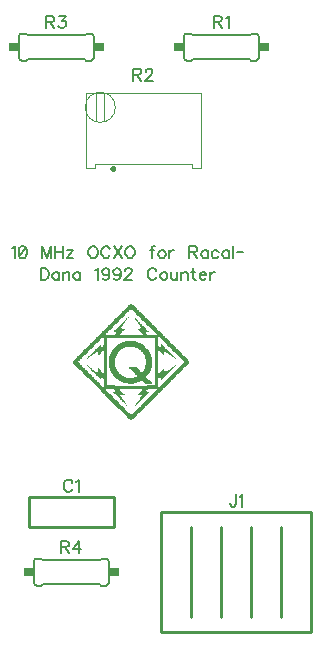
<source format=gto>
G04 DipTrace 4.3.0.4*
G04 racal_dana_OCXO.GTO*
%MOIN*%
G04 #@! TF.FileFunction,Legend,Top*
G04 #@! TF.Part,Single*
%ADD10C,0.009843*%
%ADD13C,0.004724*%
%ADD23C,0.005997*%
%ADD36C,0.006176*%
%FSLAX26Y26*%
G04*
G70*
G90*
G75*
G01*
G04 TopSilk*
%LPD*%
X702268Y893213D2*
D10*
Y794787D1*
X985732D1*
Y893213D1*
X702268D1*
X1144000Y444000D2*
Y844000D1*
X1244000Y494000D2*
Y794000D1*
X1344000Y494000D2*
Y794000D1*
X1644000Y444000D2*
Y844000D1*
X1144000Y444000D2*
X1644000D1*
X1144000Y844000D2*
X1644000D1*
X1444000Y494000D2*
Y794000D1*
X1544000Y494000D2*
Y794000D1*
X1219075Y2429025D2*
D23*
G02X1229217Y2439023I9666J338D01*
G01*
X1219077Y2358967D2*
G03X1229219Y2348970I9666J-337D01*
G01*
X1458783Y2348977D2*
G03X1468925Y2358975I476J9660D01*
G01*
X1458781Y2439030D2*
G02X1468923Y2429033I476J-9660D01*
G01*
X1219077Y2358967D2*
X1219075Y2429025D1*
X1229217Y2439023D2*
X1243967D1*
X1249038Y2433980D2*
X1243967Y2439023D1*
X1229219Y2348970D2*
X1243970Y2348971D1*
X1249041Y2354014D2*
X1243970Y2348971D1*
X1438959Y2433986D2*
X1444030Y2439029D1*
X1438959Y2433986D2*
X1249038Y2433980D1*
X1438962Y2354020D2*
X1444033Y2348977D1*
X1438962Y2354020D2*
X1249041Y2354014D1*
X1458781Y2439030D2*
X1444030Y2439029D1*
X1458783Y2348977D2*
X1444033D1*
X1468925Y2358975D2*
X1468923Y2429033D1*
G36*
X1468924Y2405983D2*
Y2382025D1*
X1503036Y2382026D1*
X1503035Y2405984D1*
X1468924Y2405983D1*
G37*
G36*
X1184964Y2405974D2*
X1184965Y2382016D1*
X1219076Y2382017D1*
Y2405975D1*
X1184964Y2405974D1*
G37*
X891723Y1989995D2*
D13*
Y2241963D1*
X1276762D1*
Y1989995D1*
X1246841D1*
Y2004955D1*
X921644D1*
Y1989995D1*
X891723D1*
X890739Y2193144D2*
G02X890739Y2193144I50000J0D01*
G01*
X927974Y2240388D2*
X927983Y2145900D1*
X953504Y2240388D2*
X953495Y2145900D1*
G36*
X974400Y1988026D2*
X974484Y1989311D1*
X974736Y1990574D1*
X975149Y1991793D1*
X975719Y1992948D1*
X976434Y1994018D1*
X977283Y1994986D1*
X978251Y1995835D1*
X979322Y1996550D1*
X980476Y1997120D1*
X981695Y1997533D1*
X982958Y1997785D1*
X984243Y1997869D1*
X985527Y1997785D1*
X986790Y1997533D1*
X988009Y1997120D1*
X989164Y1996550D1*
X990235Y1995835D1*
X991202Y1994986D1*
X992051Y1994018D1*
X992767Y1992948D1*
X993336Y1991793D1*
X993750Y1990574D1*
X994001Y1989311D1*
X994085Y1988026D1*
D1*
X994001Y1986742D1*
X993750Y1985479D1*
X993336Y1984260D1*
X992767Y1983105D1*
X992051Y1982035D1*
X991202Y1981067D1*
X990235Y1980218D1*
X989164Y1979502D1*
X988009Y1978933D1*
X986790Y1978519D1*
X985527Y1978268D1*
X984243Y1978184D1*
X982958Y1978268D1*
X981695Y1978519D1*
X980476Y1978933D1*
X979322Y1979502D1*
X978251Y1980218D1*
X977283Y1981067D1*
X976434Y1982035D1*
X975719Y1983105D1*
X975149Y1984260D1*
X974736Y1985479D1*
X974484Y1986742D1*
X974400Y1988026D1*
D1*
G37*
X669075Y2429025D2*
D23*
G02X679217Y2439023I9666J338D01*
G01*
X669077Y2358967D2*
G03X679219Y2348970I9666J-337D01*
G01*
X908783Y2348977D2*
G03X918925Y2358975I476J9660D01*
G01*
X908781Y2439030D2*
G02X918923Y2429033I476J-9660D01*
G01*
X669077Y2358967D2*
X669075Y2429025D1*
X679217Y2439023D2*
X693967D1*
X699038Y2433980D2*
X693967Y2439023D1*
X679219Y2348970D2*
X693970Y2348971D1*
X699041Y2354014D2*
X693970Y2348971D1*
X888959Y2433986D2*
X894030Y2439029D1*
X888959Y2433986D2*
X699038Y2433980D1*
X888962Y2354020D2*
X894033Y2348977D1*
X888962Y2354020D2*
X699041Y2354014D1*
X908781Y2439030D2*
X894030Y2439029D1*
X908783Y2348977D2*
X894033D1*
X918925Y2358975D2*
X918923Y2429033D1*
G36*
X918924Y2405983D2*
Y2382025D1*
X953036Y2382026D1*
X953035Y2405984D1*
X918924Y2405983D1*
G37*
G36*
X634964Y2405974D2*
X634965Y2382016D1*
X669076Y2382017D1*
Y2405975D1*
X634964Y2405974D1*
G37*
X719076Y679029D2*
D23*
G02X729218Y689026I9666J338D01*
G01*
X719076Y608971D2*
G03X729218Y598974I9666J-338D01*
G01*
X958782D2*
G03X968924Y608971I476J9660D01*
G01*
X958782Y689026D2*
G02X968924Y679029I476J-9660D01*
G01*
X719076Y608971D2*
Y679029D1*
X729218Y689026D2*
X743969D1*
X749039Y683983D2*
X743969Y689026D1*
X729218Y598974D2*
X743969D1*
X749039Y604017D2*
X743969Y598974D1*
X938961Y683983D2*
X944031Y689026D1*
X938961Y683983D2*
X749039D1*
X938961Y604017D2*
X944031Y598974D1*
X938961Y604017D2*
X749039D1*
X958782Y689026D2*
X944031D1*
X958782Y598974D2*
X944031D1*
X968924Y608971D2*
Y679029D1*
G36*
Y655979D2*
Y632021D1*
X1003035D1*
Y655979D1*
X968924D1*
G37*
G36*
X684965D2*
Y632021D1*
X719076D1*
Y655979D1*
X684965D1*
G37*
G36*
X953518Y1423431D2*
Y1400638D1*
X952136Y1399947D1*
X951446Y1399256D1*
X950755Y1397875D1*
Y1397184D1*
X949374Y1395803D1*
X947762Y1395112D1*
X946150D1*
X944539Y1395803D1*
Y1403400D1*
X943157Y1404091D1*
X941776Y1403400D1*
Y1402019D1*
X941085Y1401328D1*
X939704Y1400638D1*
X939013Y1399947D1*
X938786Y1399109D1*
X938322Y1398566D1*
X936250Y1397875D1*
X935560Y1396493D1*
X933487Y1395112D1*
X932797Y1393731D1*
X932570Y1392893D1*
X932106Y1392349D1*
X930725Y1391659D1*
X930498Y1390821D1*
X930034Y1390277D1*
X927271Y1388896D1*
X924508Y1386133D1*
Y1384751D1*
X923818Y1384061D1*
X922436Y1383370D1*
X921746Y1382679D1*
X921519Y1381841D1*
X921055Y1381298D1*
X918983Y1380607D1*
X918292Y1379226D1*
X916220Y1377844D1*
X915529Y1376463D1*
X915302Y1375625D1*
X914839Y1375082D1*
X913457Y1374391D1*
X913230Y1373553D1*
X912766Y1373010D1*
X910004Y1371628D1*
X907241Y1368865D1*
Y1367484D1*
X906550Y1366793D1*
X905169Y1366103D1*
X904478Y1365412D1*
X904251Y1364574D1*
X903787Y1364030D1*
X901715Y1363340D1*
X901370Y1362649D1*
X900963Y1361927D1*
X900329Y1361265D1*
X898952Y1359886D1*
Y1357814D1*
X896190Y1357123D1*
Y1355051D1*
X898262D1*
Y1356433D1*
X898952Y1357123D1*
X901024Y1357814D1*
X903097Y1359195D1*
X906550Y1361268D1*
Y1362649D1*
X907931Y1363340D1*
X910004Y1364030D1*
Y1365412D1*
X912766Y1366103D1*
X918292Y1370247D1*
Y1371628D1*
X921055Y1372319D1*
X921746Y1373010D1*
X921880Y1373499D1*
X922436Y1374391D1*
X924508Y1375082D1*
X925890Y1375772D1*
Y1376463D1*
X927271Y1377844D1*
X930034Y1378535D1*
Y1379917D1*
X931185Y1380607D1*
X932336D1*
X933487Y1379917D1*
Y1366103D1*
X935560D1*
X936250Y1367484D1*
X939013Y1369556D1*
X944539Y1375082D1*
Y1376463D1*
X945229Y1377154D1*
X947302Y1377844D1*
X947992Y1379226D1*
X950064Y1380607D1*
X950755Y1381298D1*
X951271Y1381742D1*
X951629Y1381701D1*
X952136Y1381298D1*
X953518Y1380607D1*
Y1308774D1*
X952827Y1308083D1*
Y1306702D1*
X951985Y1305981D1*
X951184Y1306070D1*
X950530Y1306869D1*
X950755Y1307393D1*
X946611Y1311537D1*
X944539Y1312918D1*
X943157Y1314300D1*
X941776Y1316372D1*
X938322Y1319825D1*
X936250Y1320516D1*
X935560Y1321207D1*
Y1322588D1*
X933487D1*
Y1309465D1*
X932797Y1308774D1*
X931876Y1308083D1*
X930955D1*
X930034Y1308774D1*
Y1309465D1*
X928653Y1310846D1*
X926580Y1311537D1*
X925199Y1312228D1*
X924380Y1313004D1*
X924508Y1313609D1*
X921746Y1314990D1*
X921055Y1315681D1*
Y1317063D1*
X918292Y1318444D1*
X917601Y1319135D1*
X913457Y1321207D1*
X912638Y1321983D1*
X912766Y1322588D1*
X910004Y1323279D1*
Y1324660D1*
X909313Y1325351D1*
X907241Y1326042D1*
X906422Y1326818D1*
X906550Y1327423D1*
X905859Y1328114D1*
X901715Y1330186D1*
X897571Y1334330D1*
X896190D1*
X895499Y1332949D1*
X897571Y1330877D1*
X898246Y1330152D1*
X898816Y1329289D1*
X898952Y1328805D1*
X900334Y1328114D1*
X901715Y1326732D1*
Y1326042D1*
X903787Y1325351D1*
X904478Y1324660D1*
Y1323279D1*
X905859Y1322588D1*
X907241Y1321207D1*
Y1320516D1*
X908622Y1319825D1*
X910004Y1318444D1*
Y1317753D1*
X912766Y1315681D1*
X913323Y1314789D1*
X913457Y1314300D1*
X914839Y1313609D1*
X916220Y1312228D1*
Y1311537D1*
X917601Y1310846D1*
X918983Y1309465D1*
Y1308774D1*
X921055Y1308083D1*
X921746Y1307393D1*
Y1306011D1*
X923127Y1305321D1*
X924508Y1303939D1*
Y1303249D1*
X925890Y1302558D1*
X927271Y1301176D1*
Y1300486D1*
X930034Y1298414D1*
X930590Y1297522D1*
X930725Y1297032D1*
X932106Y1296341D1*
X933487Y1294960D1*
Y1294269D1*
X934869Y1293579D1*
X936250Y1292197D1*
Y1291507D1*
X938322Y1290816D1*
X939013Y1290125D1*
Y1288744D1*
X940395Y1288053D1*
X941776Y1286672D1*
Y1285981D1*
X943157Y1285290D1*
X943848D1*
X944539Y1285981D1*
Y1293579D1*
X945690Y1294269D1*
X946841D1*
X947992Y1293579D1*
Y1292888D1*
X950755Y1290816D1*
X951446Y1290125D1*
Y1288744D1*
X953518Y1288053D1*
Y1260425D1*
X952367Y1259734D1*
X951216D1*
X950064Y1260425D1*
Y1261806D1*
X947992Y1262497D1*
X947302Y1263188D1*
Y1264569D1*
X946611Y1265260D1*
X943848Y1265951D1*
Y1268023D1*
X941776Y1268713D1*
X941085Y1269404D1*
Y1270785D1*
X938322Y1271476D1*
Y1273548D1*
X936250Y1274239D1*
X935431Y1275015D1*
X935560Y1275620D1*
X934869Y1276311D1*
X933487Y1277002D1*
X932797Y1277692D1*
Y1279074D1*
X930034Y1279765D1*
Y1281837D1*
X929343Y1282527D1*
X927271Y1283218D1*
X926580Y1283909D1*
Y1285290D1*
X923818Y1285981D1*
Y1287362D1*
X923127Y1288053D1*
X921746Y1288744D1*
X921055Y1289434D1*
Y1290816D1*
X918983Y1291507D1*
X918292Y1292197D1*
Y1293579D1*
X916220Y1294269D1*
X915401Y1295046D1*
X915529Y1295651D1*
X914839Y1296341D1*
X913457Y1297032D1*
X912766Y1297723D1*
Y1299104D1*
X912076Y1299795D1*
X910004Y1300486D1*
X909184Y1301262D1*
X909313Y1301867D1*
X908622Y1302558D1*
X907241Y1303249D1*
X906550Y1303939D1*
Y1305321D1*
X903787Y1306011D1*
Y1308083D1*
X901715Y1308774D1*
X901024Y1309465D1*
Y1310846D1*
X898952Y1311537D1*
X898133Y1312313D1*
X898262Y1312918D1*
X897571Y1313609D1*
X896190Y1314300D1*
X895499Y1314990D1*
Y1316372D1*
X894808Y1317063D1*
X892045Y1317753D1*
Y1319135D1*
X891355Y1319825D1*
X889973Y1320516D1*
X889282Y1321207D1*
Y1322588D1*
X887210Y1323279D1*
X886520Y1323970D1*
Y1325351D1*
X883757Y1326042D1*
Y1327423D1*
X883066Y1328114D1*
X881685Y1328805D1*
X880994Y1329495D1*
Y1330877D1*
X878922Y1331567D1*
X878231Y1332258D1*
Y1333639D1*
X877541Y1334330D1*
X875468Y1335021D1*
X874778Y1335712D1*
Y1337093D1*
X872015Y1337784D1*
Y1339856D1*
X869943Y1340546D1*
X869252Y1341237D1*
Y1342619D1*
X867180Y1343309D1*
X866489Y1344000D1*
Y1345381D1*
X867180Y1346072D1*
X869252Y1346763D1*
Y1348144D1*
X869943Y1348835D1*
X872015Y1349526D1*
Y1350907D1*
X872706Y1351598D1*
X874778Y1352288D1*
Y1353670D1*
X875468Y1354361D1*
X877541Y1355051D1*
X880994Y1358505D1*
Y1359886D1*
X881685Y1360577D1*
X883757Y1361268D1*
Y1362649D1*
X884448Y1363340D1*
X886520Y1364030D1*
Y1365412D1*
X887210Y1366103D1*
X889282Y1366793D1*
Y1368175D1*
X889973Y1368865D1*
X892045Y1369556D1*
Y1370937D1*
X892736Y1371628D1*
X894808Y1372319D1*
X898262Y1375772D1*
Y1377154D1*
X898952Y1377844D1*
X901024Y1378535D1*
Y1379917D1*
X901715Y1380607D1*
X903787Y1381298D1*
Y1382679D1*
X904478Y1383370D1*
X906550Y1384061D1*
Y1385442D1*
X907241Y1386133D1*
X909313Y1386824D1*
Y1388205D1*
X910004Y1388896D1*
X912076Y1389586D1*
X915529Y1393040D1*
Y1394421D1*
X916220Y1395112D1*
X918292Y1395803D1*
Y1397184D1*
X918983Y1397875D1*
X921055Y1398566D1*
Y1399947D1*
X921746Y1400638D1*
X923818Y1401328D1*
Y1402710D1*
X924508Y1403400D1*
X926580Y1404091D1*
Y1405473D1*
X927271Y1406163D1*
X929343Y1406854D1*
X932797Y1410308D1*
Y1411689D1*
X933487Y1412380D1*
X935560Y1413070D1*
Y1414452D1*
X936250Y1415142D1*
X938322Y1415833D1*
Y1417215D1*
X939013Y1417905D1*
X941085Y1418596D1*
Y1419977D1*
X941776Y1420668D1*
X943848Y1421359D1*
Y1422740D1*
X944539Y1423431D1*
X946611Y1424122D1*
X950064Y1427575D1*
Y1428956D1*
X930725D1*
Y1426884D1*
X927962Y1426194D1*
Y1424812D1*
X927271Y1424122D1*
X925199Y1423431D1*
Y1422049D1*
X924508Y1421359D1*
X922436Y1420668D1*
Y1418596D1*
X921746Y1417905D1*
X918983Y1417215D1*
Y1415833D1*
X918292Y1415142D1*
X916220Y1414452D1*
Y1413070D1*
X915529Y1412380D1*
X913457Y1411689D1*
Y1409617D1*
X910694Y1408926D1*
Y1407545D1*
X910004Y1406854D1*
X907931Y1406163D1*
Y1404782D1*
X907241Y1404091D1*
X905169Y1403400D1*
Y1401328D1*
X904478Y1400638D1*
X901715Y1399947D1*
Y1398566D1*
X901024Y1397875D1*
X898952Y1397184D1*
Y1395803D1*
X898262Y1395112D1*
X896190Y1394421D1*
Y1392349D1*
X893427Y1391659D1*
Y1390277D1*
X892736Y1389586D1*
X890664Y1388896D1*
Y1387514D1*
X889973Y1386824D1*
X887901Y1386133D1*
Y1384061D1*
X887210Y1383370D1*
X884448Y1382679D1*
Y1381298D1*
X883757Y1380607D1*
X881685Y1379917D1*
Y1378535D1*
X880994Y1377844D1*
X878922Y1377154D1*
Y1375082D1*
X876159Y1374391D1*
Y1373010D1*
X875468Y1372319D1*
X873396Y1371628D1*
Y1370247D1*
X872706Y1369556D1*
X870634Y1368865D1*
Y1366793D1*
X869943Y1366103D1*
X867871Y1365412D1*
X867180Y1364721D1*
X866953Y1363883D1*
X866489Y1363340D1*
X864417Y1362649D1*
Y1361268D1*
X863726Y1360577D1*
X861654Y1359886D1*
Y1357814D1*
X858892Y1357123D1*
Y1355742D1*
X858201Y1355051D1*
X856129Y1354361D1*
Y1352979D1*
X855438Y1352288D1*
X853366Y1351598D1*
Y1349526D1*
X852675Y1348835D1*
X849912Y1348144D1*
Y1346763D1*
X849222Y1346072D1*
X847150Y1345381D1*
Y1344000D1*
X849222Y1343309D1*
X849912Y1342619D1*
Y1340546D1*
X852675Y1339165D1*
X853232Y1338273D1*
X853366Y1337784D1*
X864417Y1326732D1*
X867180Y1325351D1*
Y1323279D1*
X869943Y1321897D1*
X870499Y1321006D1*
X870634Y1320516D1*
X872706Y1319135D1*
X873262Y1318243D1*
X873396Y1317753D1*
X881685Y1309465D1*
X884448Y1308083D1*
Y1306011D1*
X887210Y1304630D1*
X887767Y1303738D1*
X887901Y1303249D1*
X898952Y1292197D1*
X901715Y1290816D1*
Y1288744D1*
X904478Y1287362D1*
X905034Y1286471D1*
X905169Y1285981D1*
X916220Y1274930D1*
X918983Y1273548D1*
Y1271476D1*
X921746Y1270095D1*
X922302Y1269203D1*
X922436Y1268713D1*
X924508Y1267332D1*
X925065Y1266440D1*
X925199Y1265951D1*
X930725Y1260425D1*
X932106Y1259734D1*
X1134482D1*
Y1261806D1*
X1133791Y1262497D1*
Y1288053D1*
X1134482Y1288744D1*
Y1290125D1*
X1135173Y1290816D1*
X1137245Y1291507D1*
Y1292197D1*
X1138626Y1293579D1*
X1140698Y1294269D1*
X1141214Y1294713D1*
X1141572Y1294673D1*
X1142080Y1294269D1*
X1143461Y1292888D1*
Y1285981D1*
X1144152Y1285290D1*
X1144843D1*
X1146224Y1285981D1*
X1148987Y1288744D1*
Y1290125D1*
X1149678Y1290816D1*
X1151059Y1291507D1*
X1151750Y1292197D1*
X1151884Y1292687D1*
X1152440Y1293579D1*
X1154513Y1294269D1*
X1155203Y1295651D1*
X1157275Y1297032D1*
X1157966Y1298414D1*
X1158100Y1298903D1*
X1158657Y1299795D1*
X1160038Y1300486D1*
X1160172Y1300975D1*
X1160729Y1301867D1*
X1163492Y1303249D1*
X1166254Y1306011D1*
Y1307393D1*
X1166945Y1308083D1*
X1168327Y1308774D1*
X1169017Y1309465D1*
X1169152Y1309954D1*
X1169708Y1310846D1*
X1171780Y1311537D1*
X1172471Y1312918D1*
X1174543Y1314300D1*
X1175234Y1315681D1*
X1175368Y1316171D1*
X1175924Y1317063D1*
X1177306Y1317753D1*
X1177440Y1318243D1*
X1177996Y1319135D1*
X1180759Y1320516D1*
X1183522Y1323279D1*
Y1324660D1*
X1184213Y1325351D1*
X1185594Y1326042D1*
X1186285Y1326732D1*
X1186419Y1327222D1*
X1186976Y1328114D1*
X1189048Y1328805D1*
X1189393Y1329495D1*
X1189770Y1330124D1*
X1190436Y1330862D1*
X1191810Y1332258D1*
Y1333639D1*
X1192501Y1334330D1*
X1194573Y1335021D1*
Y1336402D1*
X1193883Y1337093D1*
X1193192D1*
X1192501Y1336402D1*
Y1335021D1*
X1189738Y1334330D1*
Y1332258D1*
X1186976Y1331567D1*
X1184903Y1329495D1*
X1183522Y1328805D1*
X1181450Y1328114D1*
Y1326732D1*
X1180069Y1326042D1*
X1177996Y1325351D1*
Y1323970D1*
X1177306Y1323279D1*
X1175234Y1322588D1*
X1173161Y1320516D1*
X1171780Y1319825D1*
X1169708Y1319135D1*
Y1317753D1*
X1166945Y1317063D1*
X1166254Y1315681D1*
X1164182Y1314300D1*
X1161420Y1312918D1*
X1161192Y1312080D1*
X1160729Y1311537D1*
X1158657Y1310846D1*
X1156585Y1308774D1*
X1155852Y1308024D1*
X1155495Y1308136D1*
X1155203Y1308774D1*
X1154513Y1321897D1*
X1153822Y1322588D1*
X1152440D1*
X1151750Y1321897D1*
X1148987Y1319825D1*
X1146224Y1317063D1*
Y1315681D1*
X1145533Y1314990D1*
X1143461Y1314300D1*
X1142771Y1312918D1*
X1140698Y1311537D1*
X1140008Y1310156D1*
X1137936Y1308774D1*
X1137245Y1307393D1*
Y1306702D1*
X1136324Y1306011D1*
X1135403D1*
X1134482Y1306702D1*
Y1308774D1*
X1133791Y1309465D1*
Y1379917D1*
X1134482Y1380607D1*
X1135173Y1382679D1*
X1135689Y1383123D1*
X1136047Y1383083D1*
X1136554Y1382679D1*
X1137936Y1380607D1*
X1139317Y1379917D1*
X1140698Y1378535D1*
Y1377844D1*
X1142080Y1377154D1*
X1142636Y1376262D1*
X1142771Y1375772D1*
X1144152Y1374391D1*
X1145533Y1373700D1*
X1146090Y1372808D1*
X1146224Y1372319D1*
X1147605Y1371628D1*
X1148987Y1370247D1*
Y1369556D1*
X1152440Y1366103D1*
X1153822D1*
X1154513Y1367484D1*
Y1379917D1*
X1155664Y1380607D1*
X1156815D1*
X1157966Y1379917D1*
Y1378535D1*
X1160729Y1377154D1*
X1161285Y1376262D1*
X1161420Y1375772D1*
X1163492Y1375082D1*
X1164873Y1374391D1*
X1166254Y1373010D1*
Y1372319D1*
X1169017Y1370937D1*
X1169574Y1370046D1*
X1169708Y1369556D1*
X1172471Y1368175D1*
X1173027Y1367283D1*
X1173161Y1366793D1*
X1175234Y1366103D1*
X1176615Y1365412D1*
X1178687Y1363340D1*
X1180759Y1362649D1*
X1181316Y1361757D1*
X1181450Y1361268D1*
X1183522Y1360577D1*
X1184903Y1359195D1*
Y1358505D1*
X1186285Y1357814D1*
X1188357Y1357123D1*
X1189738Y1356433D1*
Y1355051D1*
X1192501Y1354361D1*
Y1352979D1*
X1193192Y1352288D1*
X1194573D1*
Y1354361D1*
X1191810Y1355051D1*
Y1357123D1*
X1189738Y1357814D1*
X1189048Y1358505D1*
Y1359886D1*
X1177306Y1371628D1*
X1175234Y1373010D1*
X1174414Y1373786D1*
X1174543Y1374391D1*
X1162801Y1386133D1*
X1160729Y1387514D1*
X1159910Y1388291D1*
X1160038Y1388896D1*
X1157966Y1390277D1*
X1157147Y1391054D1*
X1157275Y1391659D1*
X1155203Y1393040D1*
X1154384Y1393816D1*
X1154513Y1394421D1*
X1145533Y1403400D1*
X1143461D1*
Y1396493D1*
X1142080Y1395112D1*
X1141347Y1394362D1*
X1140990Y1394474D1*
X1140698Y1395112D1*
X1137936Y1396493D1*
X1137117Y1397270D1*
X1137245Y1397875D1*
X1135173Y1398566D1*
X1134482Y1399256D1*
Y1400638D1*
X1133791Y1401328D1*
Y1426194D1*
X1134482Y1426884D1*
Y1428956D1*
X1135633Y1429647D1*
X1136784D1*
X1137936Y1428956D1*
Y1426884D1*
X1140008Y1426194D1*
X1140698Y1425503D1*
Y1424122D1*
X1143461Y1423431D1*
Y1421359D1*
X1146224Y1420668D1*
Y1419287D1*
X1153131Y1412380D1*
X1155203Y1411689D1*
Y1409617D1*
X1157275Y1408926D1*
X1157966Y1408235D1*
Y1406854D1*
X1160729Y1406163D1*
Y1404091D1*
X1163492Y1403400D1*
Y1402019D1*
X1170399Y1395112D1*
X1172471Y1394421D1*
Y1392349D1*
X1175234Y1391659D1*
Y1389586D1*
X1177996Y1388896D1*
Y1386824D1*
X1180759Y1386133D1*
Y1384751D1*
X1187666Y1377844D1*
X1189738Y1377154D1*
Y1375082D1*
X1191810Y1374391D1*
X1192501Y1373700D1*
Y1372319D1*
X1195264Y1371628D1*
Y1369556D1*
X1198027Y1368865D1*
Y1367484D1*
X1204934Y1360577D1*
X1207006Y1359886D1*
Y1357814D1*
X1209769Y1357123D1*
Y1355051D1*
X1211841Y1354361D1*
X1212532Y1353670D1*
Y1352288D1*
X1215294Y1351598D1*
Y1350216D1*
X1217366Y1348144D1*
X1218042Y1347420D1*
X1218611Y1346557D1*
X1218748Y1346072D1*
X1220820Y1345381D1*
Y1344000D1*
X1219439Y1343309D1*
X1218748Y1342619D1*
Y1341237D1*
X1218057Y1340546D1*
X1215985Y1339856D1*
Y1338474D1*
X1215294Y1337784D1*
X1213222Y1337093D1*
X1209769Y1333639D1*
Y1332258D1*
X1209078Y1331567D1*
X1207006Y1330877D1*
Y1329495D1*
X1206315Y1328805D1*
X1204243Y1328114D1*
Y1326732D1*
X1203552Y1326042D1*
X1201480Y1325351D1*
Y1323970D1*
X1200790Y1323279D1*
X1198718Y1322588D1*
Y1321207D1*
X1198027Y1320516D1*
X1195955Y1319825D1*
X1192501Y1316372D1*
Y1314990D1*
X1191810Y1314300D1*
X1189738Y1313609D1*
Y1312228D1*
X1189048Y1311537D1*
X1186976Y1310846D1*
Y1309465D1*
X1186285Y1308774D1*
X1184213Y1308083D1*
Y1306702D1*
X1183522Y1306011D1*
X1181450Y1305321D1*
Y1303939D1*
X1180759Y1303249D1*
X1178687Y1302558D1*
X1175234Y1299104D1*
Y1297723D1*
X1174543Y1297032D1*
X1172471Y1296341D1*
Y1294960D1*
X1171780Y1294269D1*
X1169708Y1293579D1*
Y1292197D1*
X1169017Y1291507D1*
X1166945Y1290816D1*
Y1289434D1*
X1166254Y1288744D1*
X1164182Y1288053D1*
Y1286672D1*
X1163492Y1285981D1*
X1161420Y1285290D1*
X1157966Y1281837D1*
Y1280455D1*
X1157275Y1279765D1*
X1155203Y1279074D1*
Y1277692D1*
X1154513Y1277002D1*
X1152440Y1276311D1*
Y1274930D1*
X1151750Y1274239D1*
X1149678Y1273548D1*
Y1272167D1*
X1148987Y1271476D1*
X1146915Y1270785D1*
Y1269404D1*
X1146224Y1268713D1*
X1144152Y1268023D1*
X1140698Y1264569D1*
Y1263188D1*
X1140008Y1262497D1*
X1137936Y1261806D1*
Y1260425D1*
X1137245Y1259734D1*
X1136324Y1259044D1*
X1135403D1*
X1134482Y1259734D1*
X932106D1*
X933487Y1257662D1*
X936250Y1256281D1*
Y1254209D1*
X939013Y1253518D1*
X959044D1*
X968713Y1254209D1*
X978383D1*
X988053Y1253518D1*
Y1252136D1*
X989434Y1251446D1*
X991507Y1250064D1*
X992063Y1249173D1*
X992197Y1248683D1*
X993579Y1247992D1*
Y1245920D1*
X985290Y1245229D1*
X984600Y1244539D1*
Y1243848D1*
X985290Y1242467D1*
X986672Y1241776D1*
X987228Y1240884D1*
X987362Y1240395D1*
X988053Y1239704D1*
X990125Y1239013D1*
X990816Y1238322D1*
Y1236941D1*
X992197Y1236250D1*
X993579Y1234869D1*
Y1234178D1*
X994960Y1233487D1*
X996341Y1232106D1*
Y1231415D1*
X999104Y1229343D1*
X999661Y1228452D1*
X999795Y1227962D1*
X1001176Y1227271D1*
X1001733Y1226379D1*
X1001867Y1225890D1*
X1002558Y1225199D1*
X1003939Y1224508D1*
X1005321Y1223127D1*
Y1222436D1*
X1007393Y1221746D1*
X1008083Y1221055D1*
Y1219673D1*
X1009465Y1218983D1*
X1010846Y1217601D1*
Y1216911D1*
X1012228Y1216220D1*
X1013609Y1214839D1*
Y1214148D1*
X1016372Y1212076D1*
X1016928Y1211184D1*
X1017063Y1210694D1*
X1018444Y1210004D1*
X1019825Y1208622D1*
Y1207931D1*
X1021207Y1207241D1*
X1022588Y1205859D1*
Y1205169D1*
X1024660Y1204478D1*
X1025351Y1203787D1*
Y1202406D1*
X1026732Y1201715D1*
X1028114Y1200334D1*
Y1199643D1*
X1030877Y1197571D1*
X1032258Y1196190D1*
X1033639Y1196880D1*
Y1198262D1*
X1028114Y1203787D1*
Y1204478D1*
X1027423Y1206550D1*
X1026732Y1207241D1*
X1025351Y1207931D1*
X1024660Y1208622D1*
Y1210004D1*
X1021897Y1211385D1*
Y1213457D1*
X1020516Y1214148D1*
X1019697Y1214924D1*
X1019825Y1215529D1*
X1018444Y1218292D1*
X1017063Y1218983D1*
X1016372Y1219673D1*
Y1221746D1*
X1014300Y1222436D1*
X1013609Y1223127D1*
Y1224508D1*
X1012918Y1225199D1*
X1011537Y1225890D1*
X1010718Y1226666D1*
X1010846Y1227271D1*
X1010156Y1229343D1*
X1008774Y1230725D1*
X1007393Y1231415D1*
Y1232797D1*
X1008083Y1233487D1*
X1021897Y1234178D1*
Y1236250D1*
X1019825Y1236941D1*
X1019135Y1237632D1*
Y1239013D1*
X1015681Y1242467D1*
X1013609Y1243848D1*
X1012228Y1245229D1*
X1010846Y1247302D1*
X1006702Y1251446D1*
X1005321Y1252136D1*
Y1252827D1*
X1007393Y1253518D1*
X1031798Y1254209D1*
X1056202D1*
X1080607Y1253518D1*
X1081164Y1252626D1*
X1081298Y1252136D1*
X1077154Y1247992D1*
Y1246611D1*
X1076463Y1245920D1*
X1074391Y1245229D1*
X1073700Y1243848D1*
X1071628Y1242467D1*
X1070937Y1241085D1*
X1068865Y1239704D1*
X1068175Y1238322D1*
X1065412Y1236250D1*
Y1234178D1*
X1079917Y1233487D1*
Y1231415D1*
X1078535Y1230725D1*
X1077844Y1230034D1*
X1074391Y1225199D1*
Y1223818D1*
X1073700Y1223127D1*
X1072319Y1222436D1*
X1071628Y1221746D1*
Y1219673D1*
X1069556Y1218983D1*
X1068865Y1217601D1*
X1065412Y1213457D1*
Y1211385D1*
X1063340Y1210694D1*
X1062649Y1208622D1*
X1060577Y1207241D1*
X1059886Y1205169D1*
X1059541Y1204478D1*
X1059134Y1203756D1*
X1058500Y1203094D1*
X1057123Y1201715D1*
Y1199643D1*
X1054361Y1198952D1*
Y1196880D1*
X1052288Y1196190D1*
Y1193427D1*
X1053670Y1194117D1*
Y1195499D1*
X1054361Y1196190D1*
X1056433Y1196880D1*
X1056567Y1197370D1*
X1057123Y1198262D1*
X1059886Y1199643D1*
X1062649Y1202406D1*
Y1203787D1*
X1063340Y1204478D1*
X1064721Y1205169D1*
X1065412Y1205859D1*
X1065546Y1206349D1*
X1066103Y1207241D1*
X1068175Y1207931D1*
X1068865Y1209313D1*
X1070937Y1210694D1*
X1071628Y1212076D1*
X1071762Y1212565D1*
X1072319Y1213457D1*
X1073700Y1214148D1*
X1073835Y1214637D1*
X1074391Y1215529D1*
X1077154Y1216911D1*
X1079917Y1219673D1*
Y1221055D1*
X1080607Y1221746D1*
X1081989Y1222436D1*
X1082679Y1223127D1*
X1082814Y1223617D1*
X1083370Y1224508D1*
X1085442Y1225199D1*
X1086133Y1226580D1*
X1088205Y1227962D1*
X1088896Y1229343D1*
X1089030Y1229833D1*
X1089586Y1230725D1*
X1090968Y1231415D1*
X1091102Y1231905D1*
X1091659Y1232797D1*
X1094421Y1234178D1*
X1097184Y1236941D1*
Y1238322D1*
X1097875Y1239013D1*
X1099256Y1239704D1*
X1099947Y1240395D1*
X1100081Y1240884D1*
X1100638Y1241776D1*
X1102710Y1242467D1*
X1103400Y1243848D1*
Y1244539D1*
X1102710Y1245229D1*
X1094421Y1245920D1*
Y1249374D1*
X1095803Y1250755D1*
X1098566Y1252136D1*
X1099947Y1253518D1*
X1109617Y1254209D1*
X1119287D1*
X1128956Y1253518D1*
Y1251446D1*
X1126884Y1250755D1*
X1123431Y1247302D1*
Y1245920D1*
X1122740Y1245229D1*
X1120668Y1244539D1*
Y1243157D1*
X1119977Y1242467D1*
X1117905Y1241776D1*
Y1240395D1*
X1117215Y1239704D1*
X1115142Y1239013D1*
Y1237632D1*
X1114452Y1236941D1*
X1112380Y1236250D1*
Y1234869D1*
X1111689Y1234178D1*
X1109617Y1233487D1*
X1106163Y1230034D1*
Y1228653D1*
X1105473Y1227962D1*
X1103400Y1227271D1*
Y1225890D1*
X1102710Y1225199D1*
X1100638Y1224508D1*
Y1223127D1*
X1099947Y1222436D1*
X1097875Y1221746D1*
Y1220364D1*
X1097184Y1219673D1*
X1095112Y1218983D1*
Y1217601D1*
X1094421Y1216911D1*
X1092349Y1216220D1*
X1088896Y1212766D1*
Y1211385D1*
X1088205Y1210694D1*
X1086133Y1210004D1*
Y1208622D1*
X1085442Y1207931D1*
X1083370Y1207241D1*
Y1205859D1*
X1082679Y1205169D1*
X1080607Y1204478D1*
Y1203097D1*
X1079917Y1202406D1*
X1077844Y1201715D1*
Y1200334D1*
X1077154Y1199643D1*
X1075082Y1198952D1*
X1071628Y1195499D1*
Y1194117D1*
X1070937Y1193427D1*
X1068865Y1192736D1*
Y1191355D1*
X1068175Y1190664D1*
X1066103Y1189973D1*
Y1188592D1*
X1065412Y1187901D1*
X1063340Y1187210D1*
Y1185829D1*
X1062649Y1185138D1*
X1060577Y1184448D1*
Y1183066D1*
X1059886Y1182375D1*
X1057814Y1181685D1*
X1054361Y1178231D1*
Y1176850D1*
X1053670Y1176159D1*
X1051598Y1175468D1*
Y1174087D1*
X1050907Y1173396D1*
X1048835Y1172706D1*
Y1171324D1*
X1048144Y1170634D1*
X1046072Y1169943D1*
Y1168561D1*
X1045381Y1167871D1*
X1044460Y1167180D1*
X1043540D1*
X1042619Y1167871D1*
X1041928Y1168561D1*
Y1169943D1*
X1039856Y1170634D1*
X1039165Y1171324D1*
Y1172706D1*
X1037093Y1173396D1*
X1036274Y1174173D1*
X1036402Y1174778D1*
X1035712Y1175468D1*
X1034330Y1176159D1*
X1033639Y1176850D1*
Y1178231D1*
X1032949Y1178922D1*
X1030186Y1179613D1*
Y1181685D1*
X1028114Y1182375D1*
X1027423Y1183066D1*
Y1184448D1*
X1024660Y1185138D1*
Y1187210D1*
X1021897Y1187901D1*
Y1189282D1*
X1021207Y1189973D1*
X1019825Y1190664D1*
X1019135Y1191355D1*
Y1192736D1*
X1017063Y1193427D1*
X1016372Y1194117D1*
Y1195499D1*
X1015681Y1196190D1*
X1013609Y1196880D1*
X1012918Y1197571D1*
Y1198952D1*
X1010156Y1199643D1*
Y1201715D1*
X1008083Y1202406D1*
X1007393Y1203097D1*
Y1204478D1*
X1005321Y1205169D1*
X1004630Y1205859D1*
Y1207241D1*
X1002558Y1207931D1*
X1001739Y1208708D1*
X1001867Y1209313D1*
X1001176Y1210004D1*
X999795Y1210694D1*
X999104Y1211385D1*
Y1212766D1*
X998414Y1213457D1*
X995651Y1214148D1*
Y1216220D1*
X993579Y1216911D1*
X992888Y1217601D1*
Y1218983D1*
X990125Y1219673D1*
Y1221746D1*
X987362Y1222436D1*
Y1224508D1*
X985290Y1225199D1*
X984600Y1225890D1*
Y1227271D1*
X981837Y1227962D1*
Y1230034D1*
X981146Y1230725D1*
X979074Y1231415D1*
X978383Y1232106D1*
Y1233487D1*
X976311Y1234178D1*
X975620Y1234869D1*
Y1236250D1*
X973548Y1236941D1*
X972858Y1237632D1*
Y1239013D1*
X970785Y1239704D1*
X970095Y1240395D1*
Y1241776D1*
X968023Y1242467D1*
X967332Y1243157D1*
Y1244539D1*
X965260Y1245229D1*
X964569Y1245920D1*
Y1247302D1*
X963878Y1247992D1*
X961806Y1248683D1*
X961116Y1249374D1*
Y1250755D1*
X959044Y1251446D1*
Y1253518D1*
X939013D1*
Y1252827D1*
X939704Y1251446D1*
X941776Y1250064D1*
X942332Y1249173D1*
X942467Y1248683D1*
X951446Y1239704D1*
X953518Y1239013D1*
Y1236941D1*
X956281Y1236250D1*
Y1234869D1*
X968023Y1223127D1*
X970785Y1221746D1*
Y1219673D1*
X973548Y1218292D1*
X974105Y1217400D1*
X974239Y1216911D1*
X985981Y1205169D1*
X988053Y1204478D1*
Y1202406D1*
X990816Y1201715D1*
Y1200334D1*
X1002558Y1188592D1*
X1005321Y1187210D1*
Y1185138D1*
X1008083Y1183757D1*
X1008640Y1182865D1*
X1008774Y1182375D1*
X1010846Y1180994D1*
X1011403Y1180102D1*
X1011537Y1179613D1*
X1019825Y1171324D1*
X1022588Y1169943D1*
Y1167871D1*
X1025351Y1166489D1*
X1025907Y1165598D1*
X1026042Y1165108D1*
X1028114Y1163726D1*
X1028670Y1162835D1*
X1028805Y1162345D1*
X1037093Y1154057D1*
X1039856Y1152675D1*
Y1150603D1*
X1042619Y1149912D1*
X1043309Y1149222D1*
Y1147840D1*
X1044691D1*
Y1149222D1*
X1045381Y1149912D1*
X1047454Y1150603D1*
Y1152675D1*
X1048144Y1153366D1*
X1050907Y1154057D1*
Y1155438D1*
X1051598Y1156129D1*
X1053670Y1156819D1*
Y1158201D1*
X1054361Y1158892D1*
X1056433Y1159582D1*
Y1161654D1*
X1059195Y1162345D1*
Y1163726D1*
X1059886Y1164417D1*
X1061958Y1165108D1*
Y1167180D1*
X1064721Y1167871D1*
Y1169943D1*
X1065412Y1170634D1*
X1068175Y1171324D1*
Y1172706D1*
X1068865Y1173396D1*
X1070247Y1174087D1*
X1070937Y1174778D1*
X1071072Y1175267D1*
X1071628Y1176159D1*
X1073700Y1176850D1*
Y1178922D1*
X1076463Y1179613D1*
Y1180994D1*
X1077154Y1181685D1*
X1079226Y1182375D1*
Y1183757D1*
X1079917Y1184448D1*
X1081989Y1185138D1*
Y1187210D1*
X1082679Y1187901D1*
X1085442Y1188592D1*
Y1189973D1*
X1086133Y1190664D1*
X1088205Y1191355D1*
Y1192736D1*
X1088896Y1193427D1*
X1090968Y1194117D1*
Y1196190D1*
X1093731Y1196880D1*
Y1198262D1*
X1094421Y1198952D1*
X1096493Y1199643D1*
Y1201024D1*
X1097184Y1201715D1*
X1099256Y1202406D1*
Y1204478D1*
X1099947Y1205169D1*
X1102710Y1205859D1*
Y1207241D1*
X1103400Y1207931D1*
X1105473Y1208622D1*
Y1210004D1*
X1106163Y1210694D1*
X1108235Y1211385D1*
Y1213457D1*
X1110998Y1214148D1*
Y1215529D1*
X1111689Y1216220D1*
X1113761Y1216911D1*
Y1218292D1*
X1114452Y1218983D1*
X1116524Y1219673D1*
Y1221746D1*
X1117215Y1222436D1*
X1119977Y1223127D1*
Y1224508D1*
X1120668Y1225199D1*
X1122740Y1225890D1*
Y1227271D1*
X1123431Y1227962D1*
X1125503Y1228653D1*
Y1230725D1*
X1128266Y1231415D1*
Y1233487D1*
X1131029Y1234178D1*
Y1235560D1*
X1131719Y1236250D1*
X1133791Y1236941D1*
Y1239013D1*
X1134482Y1239704D1*
X1137245Y1240395D1*
Y1241776D1*
X1137936Y1242467D1*
X1140008Y1243157D1*
Y1244539D1*
X1140698Y1245229D1*
X1142771Y1245920D1*
Y1247992D1*
X1145533Y1248683D1*
Y1250064D1*
X1146224Y1250755D1*
X1148296Y1251446D1*
Y1252827D1*
X1148987Y1253518D1*
X1151059Y1254209D1*
Y1256281D1*
X1151750Y1256971D1*
X1154513Y1257662D1*
Y1259044D1*
X1155203Y1259734D1*
X1157275Y1260425D1*
Y1261806D1*
X1157966Y1262497D1*
X1160038Y1263188D1*
Y1265260D1*
X1162801Y1265951D1*
Y1267332D1*
X1163492Y1268023D1*
X1165564Y1268713D1*
Y1270095D1*
X1166254Y1270785D1*
X1168327Y1271476D1*
Y1273548D1*
X1169017Y1274239D1*
X1171780Y1274930D1*
Y1276311D1*
X1172471Y1277002D1*
X1174543Y1277692D1*
Y1279074D1*
X1175234Y1279765D1*
X1177306Y1280455D1*
Y1282527D1*
X1180069Y1283218D1*
Y1284600D1*
X1180759Y1285290D1*
X1182831Y1285981D1*
Y1287362D1*
X1183522Y1288053D1*
X1185594Y1288744D1*
Y1290816D1*
X1186285Y1291507D1*
X1189048Y1292197D1*
Y1293579D1*
X1189738Y1294269D1*
X1191810Y1294960D1*
Y1296341D1*
X1192501Y1297032D1*
X1194573Y1297723D1*
Y1299795D1*
X1197336Y1300486D1*
Y1301867D1*
X1198027Y1302558D1*
X1200099Y1303249D1*
Y1305321D1*
X1202862Y1306011D1*
Y1308083D1*
X1203552Y1308774D1*
X1206315Y1309465D1*
Y1310846D1*
X1207006Y1311537D1*
X1208387Y1312228D1*
X1209078Y1312918D1*
X1209212Y1313408D1*
X1209769Y1314300D1*
X1211841Y1314990D1*
Y1317063D1*
X1214604Y1317753D1*
Y1319135D1*
X1215294Y1319825D1*
X1217366Y1320516D1*
Y1321897D1*
X1218057Y1322588D1*
X1220129Y1323279D1*
Y1325351D1*
X1220820Y1326042D1*
X1223583Y1326732D1*
Y1328114D1*
X1224274Y1328805D1*
X1226346Y1329495D1*
Y1330877D1*
X1227036Y1331567D1*
X1229108Y1332258D1*
Y1334330D1*
X1231871Y1335021D1*
Y1336402D1*
X1232562Y1337093D1*
X1234634Y1337784D1*
Y1339165D1*
X1235325Y1339856D1*
X1237397Y1340546D1*
Y1342619D1*
X1238088Y1343309D1*
X1240160Y1344000D1*
Y1345381D1*
X1238088Y1346072D1*
X1237397Y1346763D1*
Y1348144D1*
X1235325Y1348835D1*
X1234634Y1349526D1*
Y1350907D1*
X1233943Y1351598D1*
X1232562Y1352288D1*
X1231743Y1353065D1*
X1231871Y1353670D1*
X1225655Y1359886D1*
X1224274Y1360577D1*
X1223583Y1361268D1*
Y1362649D1*
X1220820Y1363340D1*
X1220129Y1364030D1*
Y1365412D1*
X1218057Y1366103D1*
X1217366Y1366793D1*
Y1368865D1*
X1214604Y1369556D1*
Y1371628D1*
X1211841Y1372319D1*
Y1373700D1*
X1208387Y1377154D1*
X1207006Y1377844D1*
X1206315Y1378535D1*
Y1379917D1*
X1203552Y1380607D1*
X1202862Y1381298D1*
Y1382679D1*
X1200790Y1383370D1*
X1200099Y1384061D1*
Y1385442D1*
X1199408Y1386133D1*
X1198027Y1386824D1*
X1197208Y1387600D1*
X1197336Y1388205D1*
X1193883Y1391659D1*
X1191810Y1392349D1*
Y1394421D1*
X1189738Y1395112D1*
X1189048Y1395803D1*
Y1397184D1*
X1186285Y1397875D1*
X1185594Y1398566D1*
Y1399947D1*
X1183522Y1400638D1*
X1182831Y1401328D1*
Y1402710D1*
X1182141Y1403400D1*
X1180759Y1404091D1*
X1179940Y1404868D1*
X1180069Y1405473D1*
X1173852Y1411689D1*
X1171780Y1412380D1*
Y1414452D1*
X1169017Y1415142D1*
X1168327Y1415833D1*
Y1417215D1*
X1166254Y1417905D1*
X1165564Y1418596D1*
Y1419977D1*
X1164873Y1420668D1*
X1163492Y1421359D1*
X1162801Y1422049D1*
Y1423431D1*
X1160038Y1424122D1*
Y1425503D1*
X1156585Y1428956D1*
X1155203Y1429647D1*
X1154513Y1430338D1*
Y1431719D1*
X1151750Y1432410D1*
X1151059Y1433101D1*
Y1434482D1*
X1148987Y1435173D1*
X1148296Y1435864D1*
Y1437245D1*
X1147605Y1437936D1*
X1146224Y1438626D1*
X1145405Y1439403D1*
X1145533Y1440008D1*
X1142080Y1443461D1*
X1140008Y1444152D1*
Y1446224D1*
X1137936Y1446915D1*
X1137245Y1447605D1*
Y1448987D1*
X1134482Y1449678D1*
X1133791Y1450368D1*
Y1451750D1*
X1131719Y1452440D1*
X1131029Y1453131D1*
Y1454513D1*
X1119287Y1466254D1*
X1117215Y1466945D1*
X1116524Y1467636D1*
Y1469017D1*
X1114452Y1469708D1*
X1113761Y1470399D1*
Y1472471D1*
X1111689Y1473161D1*
X1110998Y1473852D1*
Y1475234D1*
X1108235Y1475924D1*
Y1477306D1*
X1107545Y1477996D1*
X1105473Y1478687D1*
Y1480759D1*
X1103400Y1481450D1*
X1102710Y1482141D1*
Y1483522D1*
X1099947Y1484213D1*
X1099256Y1484903D1*
Y1486285D1*
X1097184Y1486976D1*
X1096493Y1487666D1*
Y1489048D1*
X1095803Y1489738D1*
X1094421Y1490429D1*
X1093602Y1491206D1*
X1093731Y1491810D1*
X1090277Y1495264D1*
X1088205Y1495955D1*
Y1498027D1*
X1086133Y1498718D1*
X1085314Y1499494D1*
X1085442Y1500099D1*
X1084751Y1500790D1*
X1082679Y1501480D1*
X1081989Y1502171D1*
Y1503552D1*
X1079917Y1504243D1*
X1079226Y1504934D1*
Y1507006D1*
X1076463Y1507697D1*
Y1509769D1*
X1073700Y1510459D1*
Y1511841D1*
X1070247Y1515294D1*
X1068865Y1515985D1*
X1068175Y1516676D1*
Y1518057D1*
X1065412Y1518748D1*
X1064721Y1519439D1*
Y1520820D1*
X1062649Y1521511D1*
X1061958Y1522201D1*
Y1523583D1*
X1061268Y1524274D1*
X1059886Y1524964D1*
X1059067Y1525741D1*
X1059195Y1526346D1*
X1052979Y1532562D1*
X1051598Y1533253D1*
X1050907Y1533943D1*
Y1535325D1*
X1048144Y1536015D1*
X1047454Y1536706D1*
Y1538088D1*
X1045381Y1538778D1*
X1044691Y1539469D1*
Y1540850D1*
X1043309D1*
Y1539469D1*
X1042619Y1538778D1*
X1039856Y1538088D1*
Y1536706D1*
X1039165Y1536015D1*
X1037093Y1535325D1*
Y1533943D1*
X1036402Y1533253D1*
X1034330Y1532562D1*
Y1530490D1*
X1031567Y1529799D1*
Y1528418D1*
X1030877Y1527727D1*
X1028805Y1527036D1*
Y1525655D1*
X1028114Y1524964D1*
X1026042Y1524274D1*
Y1522201D1*
X1025351Y1521511D1*
X1022588Y1520820D1*
X1042619D1*
X1043540Y1521511D1*
X1044460D1*
X1045381Y1520820D1*
Y1519439D1*
X1048144Y1517366D1*
X1049526Y1515985D1*
X1051598Y1515294D1*
Y1513222D1*
X1053670Y1512532D1*
X1054361Y1511841D1*
Y1510459D1*
X1057123Y1509769D1*
Y1507697D1*
X1059886Y1507006D1*
Y1505625D1*
X1066793Y1498718D1*
X1068865Y1498027D1*
Y1495955D1*
X1071628Y1495264D1*
Y1493192D1*
X1073700Y1492501D1*
X1074391Y1491810D1*
Y1490429D1*
X1077154Y1489738D1*
Y1488357D1*
X1084061Y1481450D1*
X1086133Y1480759D1*
Y1478687D1*
X1088896Y1477996D1*
Y1475924D1*
X1090968Y1475234D1*
X1091659Y1474543D1*
Y1473161D1*
X1094421Y1472471D1*
Y1471089D1*
X1101328Y1464182D1*
X1103400Y1463492D1*
Y1461420D1*
X1106163Y1460729D1*
Y1458657D1*
X1108926Y1457966D1*
Y1455894D1*
X1111689Y1455203D1*
Y1453822D1*
X1118596Y1446915D1*
X1120668Y1446224D1*
Y1444152D1*
X1123431Y1443461D1*
Y1441389D1*
X1125503Y1440698D1*
X1126194Y1440008D1*
Y1438626D1*
X1128956Y1437936D1*
Y1435864D1*
X1126194Y1435173D1*
X1117445Y1434482D1*
X1108696D1*
X1099947Y1435173D1*
X1097875Y1435864D1*
X1097184Y1436554D1*
Y1437936D1*
X1094421Y1439317D1*
Y1442771D1*
X1095112Y1443461D1*
X1102710Y1444152D1*
Y1446224D1*
X1099947Y1448987D1*
X1097184Y1451059D1*
X1096365Y1451835D1*
X1096493Y1452440D1*
X1093731Y1455203D1*
X1091659Y1455894D1*
X1090968Y1456585D1*
Y1457966D1*
X1088896Y1458657D1*
X1088205Y1459347D1*
Y1460729D1*
X1086133Y1461420D1*
X1085442Y1462110D1*
Y1463492D1*
X1084751Y1464182D1*
X1082679Y1465564D1*
X1079917Y1468327D1*
X1079226Y1469708D1*
X1076463Y1472471D1*
X1074391Y1473161D1*
X1073700Y1473852D1*
Y1475234D1*
X1071628Y1475924D1*
X1070937Y1476615D1*
Y1477996D1*
X1068865Y1478687D1*
X1068175Y1479378D1*
Y1480759D1*
X1065412Y1483522D1*
X1062649Y1485594D1*
X1061830Y1486371D1*
X1061958Y1486976D1*
X1059195Y1489738D1*
X1056433Y1490429D1*
Y1492501D1*
X1053670Y1493192D1*
Y1494573D1*
X1052979Y1495264D1*
X1052288D1*
X1051598Y1494573D1*
X1052288Y1493192D1*
X1054361Y1492501D1*
Y1490429D1*
X1055742Y1489738D1*
X1056298Y1488847D1*
X1056433Y1488357D1*
X1057814Y1485594D1*
X1059195Y1484903D1*
X1060577Y1483522D1*
Y1482141D1*
X1062649Y1480069D1*
X1063205Y1479177D1*
X1063340Y1478687D1*
X1064030Y1477996D1*
X1065412Y1475924D1*
X1066103Y1474543D1*
X1066793Y1473852D1*
X1068175Y1473161D1*
X1068865Y1472471D1*
Y1470399D1*
X1071628Y1469017D1*
Y1466945D1*
X1073010Y1466254D1*
X1074391Y1464873D1*
Y1464182D1*
X1075082Y1462110D1*
X1077844Y1460729D1*
Y1458657D1*
X1079917Y1457966D1*
Y1455894D1*
X1066793Y1455203D1*
X1065412Y1453822D1*
X1066103Y1452440D1*
X1068175Y1451059D1*
X1068731Y1450167D1*
X1068865Y1449678D1*
X1070247Y1448987D1*
X1071628Y1447605D1*
Y1446915D1*
X1073010Y1446224D1*
X1073566Y1445332D1*
X1073700Y1444843D1*
X1075082Y1443461D1*
X1076463Y1442771D1*
X1077019Y1441879D1*
X1077154Y1441389D1*
X1078535Y1440698D1*
X1079917Y1439317D1*
Y1438626D1*
X1081298Y1437936D1*
X1082679Y1436554D1*
X1081989Y1435864D1*
X1079917Y1435173D1*
X1055972Y1434482D1*
X1032028D1*
X1008083Y1435173D1*
X1005321Y1435864D1*
Y1437245D1*
X1008083Y1438626D1*
X1013609Y1444152D1*
Y1445533D1*
X1014300Y1446224D1*
X1016372Y1446915D1*
X1017063Y1448296D1*
X1019135Y1449678D1*
X1019480Y1450368D1*
X1019857Y1450998D1*
X1020523Y1451735D1*
X1021897Y1453131D1*
Y1454513D1*
X1020516Y1455203D1*
X1008083Y1455894D1*
X1007264Y1456670D1*
X1007478Y1457132D1*
X1008083Y1457966D1*
X1009465Y1458657D1*
X1010156Y1459347D1*
X1012228Y1462801D1*
X1013609Y1464873D1*
X1016372Y1467636D1*
Y1469017D1*
X1017063Y1469708D1*
X1018444Y1470399D1*
X1019135Y1471089D1*
X1021897Y1475924D1*
Y1477306D1*
X1022588Y1477996D1*
X1024660Y1478687D1*
Y1480759D1*
X1025351Y1481450D1*
X1027423Y1482141D1*
X1028114Y1484213D1*
X1030877Y1487666D1*
Y1489738D1*
X1033639Y1490429D1*
X1035021Y1493192D1*
X1035712Y1493883D1*
Y1495264D1*
X1034330D1*
Y1493883D1*
X1033639Y1493192D1*
X1031567Y1492501D1*
X1030877Y1491810D1*
X1028114Y1489738D1*
Y1488357D1*
X1027423Y1487666D1*
X1026042Y1486976D1*
X1025351Y1486285D1*
X1025124Y1485447D1*
X1024660Y1484903D1*
X1022588Y1484213D1*
X1021897Y1482831D1*
X1019825Y1481450D1*
X1019135Y1480069D1*
X1018908Y1479231D1*
X1018444Y1478687D1*
X1017063Y1477996D1*
X1016836Y1477158D1*
X1016372Y1476615D1*
X1013609Y1475234D1*
X1010846Y1472471D1*
Y1471089D1*
X1010156Y1470399D1*
X1008774Y1469708D1*
X1008083Y1469017D1*
X1007856Y1468179D1*
X1007393Y1467636D1*
X1005321Y1466945D1*
X1004630Y1465564D1*
X1002558Y1464182D1*
X1001867Y1462801D1*
X1001640Y1461963D1*
X1001176Y1461420D1*
X999795Y1460729D1*
X999568Y1459891D1*
X999104Y1459347D1*
X996341Y1457966D1*
X993579Y1455203D1*
Y1453822D1*
X992888Y1453131D1*
X991507Y1452440D1*
X990816Y1451750D1*
X990589Y1450912D1*
X990125Y1450368D1*
X988053Y1449678D1*
X987362Y1448296D1*
X985290Y1446915D1*
X984600Y1445533D1*
Y1444843D1*
X985290Y1444152D1*
X992888Y1443461D1*
X994269Y1442080D1*
X993579Y1441389D1*
Y1440008D1*
X992197Y1438626D1*
X990816Y1437936D1*
Y1436554D1*
X990125Y1435864D1*
X987362Y1435173D1*
X978613Y1434482D1*
X969865D1*
X961116Y1435173D1*
X958353Y1435864D1*
Y1437245D1*
X959044Y1437936D1*
X961116Y1438626D1*
Y1440008D1*
X961806Y1440698D1*
X963878Y1441389D1*
X967332Y1444843D1*
Y1446224D1*
X968023Y1446915D1*
X970095Y1447605D1*
Y1448987D1*
X970785Y1449678D1*
X972858Y1450368D1*
Y1451750D1*
X973548Y1452440D1*
X975620Y1453131D1*
Y1454513D1*
X976311Y1455203D1*
X978383Y1455894D1*
Y1457275D1*
X979074Y1457966D1*
X981146Y1458657D1*
X984600Y1462110D1*
Y1463492D1*
X985290Y1464182D1*
X987362Y1464873D1*
Y1466254D1*
X988053Y1466945D1*
X990125Y1467636D1*
Y1469017D1*
X990816Y1469708D1*
X992888Y1470399D1*
Y1471780D1*
X993579Y1472471D1*
X995651Y1473161D1*
Y1474543D1*
X996341Y1475234D1*
X998414Y1475924D1*
X1001867Y1479378D1*
Y1480759D1*
X1002558Y1481450D1*
X1004630Y1482141D1*
Y1483522D1*
X1005321Y1484213D1*
X1007393Y1484903D1*
Y1486285D1*
X1008083Y1486976D1*
X1010156Y1487666D1*
Y1489048D1*
X1010846Y1489738D1*
X1012918Y1490429D1*
Y1491810D1*
X1013609Y1492501D1*
X1015681Y1493192D1*
X1019135Y1496645D1*
Y1498027D1*
X1019825Y1498718D1*
X1021897Y1499408D1*
Y1500790D1*
X1022588Y1501480D1*
X1024660Y1502171D1*
Y1503552D1*
X1025351Y1504243D1*
X1027423Y1504934D1*
Y1506315D1*
X1028114Y1507006D1*
X1030186Y1507697D1*
Y1509078D1*
X1030877Y1509769D1*
X1032949Y1510459D1*
X1036402Y1513913D1*
Y1515294D1*
X1037093Y1515985D1*
X1039165Y1516676D1*
Y1518057D1*
X1039856Y1518748D1*
X1041928Y1519439D1*
X1042619Y1520129D1*
Y1520820D1*
X1022588D1*
Y1519439D1*
X1021897Y1518748D1*
X1019825Y1518057D1*
Y1516676D1*
X1019135Y1515985D1*
X1017063Y1515294D1*
Y1513222D1*
X1014300Y1512532D1*
Y1511150D1*
X1013609Y1510459D1*
X1011537Y1509769D1*
Y1508387D1*
X1010846Y1507697D1*
X1008774Y1507006D1*
Y1504934D1*
X1008083Y1504243D1*
X1005321Y1503552D1*
Y1502171D1*
X1004630Y1501480D1*
X1002558Y1500790D1*
Y1499408D1*
X1001867Y1498718D1*
X999795Y1498027D1*
Y1495955D1*
X997032Y1495264D1*
Y1493883D1*
X996341Y1493192D1*
X994269Y1492501D1*
Y1491120D1*
X993579Y1490429D1*
X991507Y1489738D1*
Y1487666D1*
X990816Y1486976D1*
X988053Y1486285D1*
Y1484903D1*
X987362Y1484213D1*
X985290Y1483522D1*
Y1482141D1*
X984600Y1481450D1*
X982527Y1480759D1*
Y1478687D1*
X979765Y1477996D1*
Y1476615D1*
X979074Y1475924D1*
X977002Y1475234D1*
Y1473852D1*
X976311Y1473161D1*
X974239Y1472471D1*
Y1470399D1*
X973548Y1469708D1*
X970785Y1469017D1*
Y1467636D1*
X970095Y1466945D1*
X968023Y1466254D1*
Y1464873D1*
X967332Y1464182D1*
X965260Y1463492D1*
Y1461420D1*
X962497Y1460729D1*
Y1459347D1*
X961806Y1458657D1*
X959734Y1457966D1*
Y1456585D1*
X959044Y1455894D1*
X956971Y1455203D1*
Y1453131D1*
X956281Y1452440D1*
X953518Y1451750D1*
Y1450368D1*
X952827Y1449678D1*
X950755Y1448987D1*
Y1447605D1*
X950064Y1446915D1*
X947992Y1446224D1*
Y1444152D1*
X945229Y1443461D1*
Y1442080D1*
X944539Y1441389D1*
X942467Y1440698D1*
Y1439317D1*
X941776Y1438626D1*
X939704Y1437936D1*
Y1435864D1*
X939013Y1435173D1*
X936941Y1434482D1*
X936250Y1433791D1*
X936023Y1432953D1*
X935560Y1432410D1*
X933487Y1431719D1*
Y1430338D1*
X932797Y1429647D1*
X930725Y1428956D1*
X950064D1*
X950985Y1429647D1*
X951906D1*
X952827Y1428956D1*
X953518Y1428266D1*
Y1423431D1*
X964569D1*
X1017523Y1424122D1*
X1070477D1*
X1123431Y1423431D1*
Y1265951D1*
X1070477Y1265260D1*
X1017523D1*
X964569Y1265951D1*
Y1423431D1*
X953518D1*
G37*
G36*
X1049526Y1498027D2*
Y1496645D1*
X1050216Y1497336D1*
X1049526Y1498027D1*
G37*
G36*
X1037784Y1497336D2*
D1*
G37*
G36*
X991507Y1395112D2*
X990816Y1394421D1*
X990589Y1393583D1*
X990125Y1393040D1*
X988744Y1392349D1*
X988053Y1391659D1*
Y1390968D1*
X986672Y1389586D1*
X985290Y1388896D1*
Y1387514D1*
X984600Y1386824D1*
X982527Y1386133D1*
Y1384061D1*
X981837Y1383370D1*
X979765Y1382679D1*
X979074Y1379917D1*
Y1378535D1*
X978383Y1377844D1*
X977002Y1377154D1*
X976311Y1374391D1*
Y1373010D1*
X975620Y1372319D1*
X974239Y1371628D1*
X973548Y1368865D1*
Y1364030D1*
X971476Y1363340D1*
X970785Y1361958D1*
X970095Y1349526D1*
X969404Y1345381D1*
Y1340546D1*
X970095Y1335712D1*
X970785Y1323970D1*
X971476Y1323279D1*
X972858Y1322588D1*
X973548Y1321897D1*
Y1317753D1*
X974239Y1314300D1*
X975620Y1313609D1*
X976311Y1312918D1*
Y1311537D1*
X977002Y1309465D1*
X977692Y1308774D1*
X979074Y1306011D1*
X979765Y1303939D1*
X982527Y1302558D1*
Y1300486D1*
X984600Y1299795D1*
X985290Y1299104D1*
Y1297723D1*
X985981Y1297032D1*
X987362Y1296341D1*
X988053Y1295651D1*
Y1294269D1*
X990816Y1293579D1*
Y1292197D1*
X991507Y1291507D1*
X993579Y1290816D1*
Y1288744D1*
X996341Y1288053D1*
X997032Y1287362D1*
Y1285981D1*
X1001867Y1283218D1*
X1004630Y1282527D1*
X1005321Y1281837D1*
Y1280455D1*
X1008774Y1279765D1*
X1010846Y1279074D1*
X1011403Y1278182D1*
X1011537Y1277692D1*
X1014300Y1277002D1*
X1017753Y1276311D1*
X1019135Y1275620D1*
X1019825Y1274930D1*
X1022588Y1274239D1*
X1028805Y1273548D1*
X1031567Y1272858D1*
Y1272167D1*
X1036402Y1271476D1*
X1047454D1*
X1050907Y1272167D1*
X1051598Y1272858D1*
X1053670Y1273548D1*
X1059195Y1274239D1*
X1062649Y1274930D1*
X1063340Y1275620D1*
X1064721Y1276311D1*
X1068175Y1277002D1*
X1070937Y1277692D1*
Y1279074D1*
X1076463Y1280455D1*
X1077154Y1281837D1*
Y1282527D1*
X1078075Y1283218D1*
X1078996D1*
X1079917Y1282527D1*
X1084751Y1277692D1*
X1086133Y1277002D1*
X1086689Y1276110D1*
X1086824Y1275620D1*
X1087514Y1274930D1*
X1088896Y1274239D1*
X1089452Y1273347D1*
X1089586Y1272858D1*
X1090277Y1272167D1*
X1091659Y1271476D1*
X1113761D1*
X1114452Y1272167D1*
Y1273548D1*
X1113761Y1274239D1*
X1112380Y1274930D1*
X1111561Y1275706D1*
X1111689Y1276311D1*
X1110998Y1277002D1*
X1108926Y1278383D1*
X1108107Y1279160D1*
X1108235Y1279765D1*
X1105473Y1282527D1*
X1104091Y1283218D1*
X1102710Y1284600D1*
Y1285290D1*
X1100638Y1285981D1*
X1099947Y1286672D1*
Y1288053D1*
X1097875Y1288744D1*
X1097184Y1289434D1*
Y1290816D1*
X1096493Y1291507D1*
X1094421Y1292197D1*
Y1296341D1*
X1096493Y1297032D1*
X1097184Y1297723D1*
Y1299795D1*
X1099256Y1300486D1*
Y1301867D1*
X1099947Y1302558D1*
X1102019Y1303249D1*
X1102710Y1303939D1*
Y1307393D1*
X1103400Y1308083D1*
X1104782Y1308774D1*
X1105473Y1309465D1*
X1106163Y1312228D1*
X1107545Y1314300D1*
X1108235Y1314990D1*
Y1319135D1*
X1110998Y1321897D1*
X1111689Y1326042D1*
X1112380Y1332258D1*
X1113070Y1335021D1*
X1113761Y1337093D1*
Y1346763D1*
X1113070Y1348835D1*
X1112380Y1351598D1*
X1111689Y1359886D1*
X1110998Y1363340D1*
X1108926Y1366103D1*
X1108235Y1371628D1*
X1106854Y1373700D1*
X1105473Y1377154D1*
X1104782Y1377844D1*
X1103400Y1378535D1*
X1102710Y1379226D1*
Y1381989D1*
X1102019Y1382679D1*
X1100638Y1383370D1*
X1099947Y1384061D1*
Y1385442D1*
X1099256Y1386133D1*
X1097875Y1386824D1*
X1097184Y1387514D1*
Y1388896D1*
X1090968Y1395112D1*
X1089586Y1395803D1*
X1088767Y1396579D1*
X1088896Y1397184D1*
X1088205Y1397875D1*
X1086133Y1398566D1*
X1085314Y1399342D1*
X1085442Y1399947D1*
X1084751Y1400638D1*
X1081989Y1401328D1*
Y1402710D1*
X1081298Y1403400D1*
X1079226Y1404091D1*
X1077844Y1404782D1*
X1077025Y1405558D1*
X1077154Y1406163D1*
X1073700Y1406854D1*
X1072319Y1407545D1*
X1070937Y1408926D1*
X1068175Y1409617D1*
X1066103Y1410308D1*
X1065283Y1411084D1*
X1065412Y1411689D1*
X1061958Y1412380D1*
X1056433Y1413761D1*
X1055051Y1414452D1*
X1046763Y1415142D1*
X1036402D1*
X1026732Y1414452D1*
X1020516Y1412380D1*
X1017063Y1411689D1*
X1016372Y1410998D1*
Y1410308D1*
X1014300Y1409617D1*
X1010846Y1408926D1*
X1005321Y1406163D1*
X1004630Y1405473D1*
Y1404782D1*
X1003249Y1404091D1*
X1000486Y1403400D1*
X996341Y1399256D1*
X994269Y1397875D1*
X993579Y1397184D1*
X993352Y1396346D1*
X992888Y1395803D1*
X991507Y1395112D1*
X1030877D1*
X1037784Y1395803D1*
X1044691D1*
X1051598Y1395112D1*
X1057123Y1394421D1*
Y1393040D1*
X1059195Y1392349D1*
X1063340Y1391659D1*
X1064721Y1390968D1*
X1065278Y1390076D1*
X1065412Y1389586D1*
X1073700Y1385442D1*
Y1384751D1*
X1074391Y1383370D1*
X1077154Y1382679D1*
Y1381298D1*
X1080607Y1377844D1*
X1081989Y1377154D1*
X1082679Y1376463D1*
Y1375082D1*
X1083370Y1373700D1*
X1084061Y1373010D1*
X1085442Y1372319D1*
X1086133Y1371628D1*
Y1369556D1*
X1088205Y1366793D1*
X1088896Y1363340D1*
X1089586Y1361958D1*
X1090968Y1359886D1*
X1091659Y1349526D1*
X1092349Y1346072D1*
X1093040Y1345381D1*
Y1341237D1*
X1092349Y1340546D1*
X1091659Y1336402D1*
X1090968Y1327423D1*
X1089586Y1325351D1*
X1088896Y1323970D1*
Y1320516D1*
X1086824Y1319825D1*
X1086133Y1317753D1*
Y1314990D1*
X1083370Y1314300D1*
X1082679Y1312918D1*
X1082452Y1312080D1*
X1081989Y1311537D1*
X1079917Y1310846D1*
X1079665Y1309997D1*
X1078951Y1309411D1*
X1078535Y1309465D1*
X1076463Y1311537D1*
X1075082Y1312228D1*
X1074263Y1313004D1*
X1074391Y1313609D1*
X1073700Y1314300D1*
X1072319Y1314990D1*
X1071500Y1315767D1*
X1071628Y1316372D1*
X1067484Y1320516D1*
X1066103Y1321207D1*
X1065283Y1321983D1*
X1065412Y1322588D1*
X1064030Y1323279D1*
X1062649Y1324660D1*
Y1325351D1*
X1061958Y1326042D1*
X1060577Y1326732D1*
X1059758Y1327509D1*
X1059886Y1328114D1*
X1058505Y1328805D1*
X1037093D1*
X1034330Y1328114D1*
Y1326732D1*
X1036402Y1326042D1*
X1037093Y1325351D1*
Y1323970D1*
X1040546Y1320516D1*
X1042619Y1319825D1*
X1043175Y1318934D1*
X1043309Y1318444D1*
X1044000Y1317753D1*
X1045381Y1317063D1*
X1046072Y1316372D1*
Y1314990D1*
X1048144Y1314300D1*
X1048835Y1313609D1*
Y1312228D1*
X1051598Y1311537D1*
Y1310156D1*
X1052288Y1309465D1*
X1054361Y1308083D1*
X1054917Y1307192D1*
X1055051Y1306702D1*
X1055742Y1306011D1*
X1057123Y1305321D1*
X1057680Y1304429D1*
X1057814Y1303939D1*
X1060577Y1301867D1*
X1061958Y1300486D1*
X1063340Y1299795D1*
Y1297723D1*
X1060577Y1294960D1*
X1057123Y1294269D1*
X1054361Y1293579D1*
X1054134Y1292741D1*
X1053670Y1292197D1*
X1041928Y1291507D1*
X1041007Y1290816D1*
X1040086D1*
X1039165Y1291507D1*
X1028114Y1292197D1*
X1027295Y1292974D1*
X1027423Y1293579D1*
X1022588Y1294269D1*
X1019135Y1294960D1*
Y1296341D1*
X1013609Y1297723D1*
Y1299104D1*
X1012918Y1299795D1*
X1010846Y1300486D1*
X1010027Y1301262D1*
X1010156Y1301867D1*
X1009465Y1302558D1*
X1005321Y1305321D1*
X1003939Y1306011D1*
X1003120Y1306788D1*
X1003249Y1307393D1*
X1001867Y1309465D1*
X1001176Y1310846D1*
X999104Y1311537D1*
Y1313609D1*
X997032Y1314300D1*
X996341Y1314990D1*
Y1317063D1*
X995651Y1319135D1*
X994960Y1319825D1*
X993579Y1322588D1*
X992888Y1326042D1*
X990816Y1328114D1*
Y1333639D1*
X990125Y1334330D1*
Y1351598D1*
X990816Y1352288D1*
X991507Y1358505D1*
X992888Y1360577D1*
X993579Y1364030D1*
X994960Y1366793D1*
X995651Y1367484D1*
X996341Y1369556D1*
Y1371628D1*
X998414Y1372319D1*
X999104Y1373700D1*
X999795Y1375772D1*
X999929Y1376262D1*
X1000486Y1377154D1*
X1001867Y1377844D1*
Y1379226D1*
X1002558Y1379917D1*
X1003939Y1380607D1*
X1004630Y1381298D1*
X1004764Y1381788D1*
X1005321Y1382679D1*
X1007393Y1383370D1*
X1008083Y1384061D1*
Y1385442D1*
X1012228Y1387514D1*
X1012918Y1388205D1*
X1016372Y1389586D1*
X1017753Y1390968D1*
X1019135Y1391659D1*
X1022588Y1392349D1*
X1024660Y1393040D1*
X1024795Y1393530D1*
X1025351Y1394421D1*
X1030877Y1395112D1*
X991507D1*
G37*
G36*
X893427Y1354361D2*
Y1352979D1*
X894808D1*
X895499Y1353670D1*
X894808Y1354361D1*
X893427D1*
G37*
G36*
X1195955Y1351598D2*
Y1350216D1*
X1196645Y1349526D1*
X1197336D1*
Y1351598D1*
X1195955D1*
G37*
G36*
X891355Y1350907D2*
X890664Y1350216D1*
X891355D1*
Y1350907D1*
G37*
G36*
X1196645Y1339165D2*
Y1338474D1*
X1197336D1*
X1196645Y1339165D1*
G37*
G36*
X893427Y1336402D2*
Y1335021D1*
X894808D1*
Y1335712D1*
X894117Y1336402D1*
X893427D1*
G37*
G36*
X1034330Y1195499D2*
Y1194117D1*
X1035712D1*
Y1194808D1*
X1035021Y1195499D1*
X1034330D1*
G37*
G36*
X1049526Y1192045D2*
Y1191355D1*
X1050216Y1192045D1*
X1049526D1*
G37*
X647088Y1722740D2*
D36*
X650935Y1724685D1*
X656683Y1730389D1*
Y1690241D1*
X680530Y1730389D2*
X674782Y1728488D1*
X670935Y1722740D1*
X669034Y1713189D1*
Y1707441D1*
X670935Y1697890D1*
X674782Y1692142D1*
X680530Y1690241D1*
X684333D1*
X690081Y1692142D1*
X693883Y1697890D1*
X695829Y1707441D1*
Y1713189D1*
X693883Y1722740D1*
X690081Y1728488D1*
X684333Y1730389D1*
X680530D1*
X693883Y1722740D2*
X670935Y1697890D1*
X777658Y1690241D2*
Y1730433D1*
X762359Y1690241D1*
X747061Y1730433D1*
Y1690241D1*
X790009Y1730433D2*
Y1690241D1*
X816804Y1730433D2*
Y1690241D1*
X790009Y1711288D2*
X816804D1*
X829156Y1717036D2*
X850202D1*
X829156Y1690241D1*
X850202D1*
X912930Y1730433D2*
X909084Y1728532D1*
X905281Y1724685D1*
X903336Y1720882D1*
X901434Y1715134D1*
Y1705540D1*
X903336Y1699836D1*
X905281Y1695989D1*
X909084Y1692187D1*
X912930Y1690241D1*
X920580D1*
X924382Y1692187D1*
X928229Y1695989D1*
X930130Y1699836D1*
X932032Y1705540D1*
Y1715134D1*
X930130Y1720882D1*
X928229Y1724685D1*
X924382Y1728532D1*
X920580Y1730433D1*
X912930D1*
X973079Y1720882D2*
X971178Y1724685D1*
X967331Y1728532D1*
X963528Y1730433D1*
X955879D1*
X952032Y1728532D1*
X948230Y1724685D1*
X946284Y1720882D1*
X944383Y1715134D1*
Y1705540D1*
X946284Y1699836D1*
X948230Y1695989D1*
X952032Y1692187D1*
X955879Y1690241D1*
X963528D1*
X967331Y1692187D1*
X971178Y1695989D1*
X973079Y1699836D1*
X985430Y1730433D2*
X1012225Y1690241D1*
Y1730433D2*
X985430Y1690241D1*
X1036072Y1730433D2*
X1032226Y1728532D1*
X1028423Y1724685D1*
X1026478Y1720882D1*
X1024576Y1715134D1*
Y1705540D1*
X1026478Y1699836D1*
X1028423Y1695989D1*
X1032226Y1692187D1*
X1036072Y1690241D1*
X1043722D1*
X1047524Y1692187D1*
X1051371Y1695989D1*
X1053272Y1699836D1*
X1055174Y1705540D1*
Y1715134D1*
X1053272Y1720882D1*
X1051371Y1724685D1*
X1047524Y1728532D1*
X1043722Y1730433D1*
X1036072D1*
X1121704D2*
X1117902D1*
X1114055Y1728532D1*
X1112154Y1722784D1*
Y1690241D1*
X1106406Y1717036D2*
X1119803D1*
X1143606D2*
X1139804Y1715134D1*
X1135957Y1711288D1*
X1134056Y1705540D1*
Y1701737D1*
X1135957Y1695989D1*
X1139804Y1692187D1*
X1143606Y1690241D1*
X1149354D1*
X1153201Y1692187D1*
X1157004Y1695989D1*
X1158949Y1701737D1*
Y1705540D1*
X1157004Y1711288D1*
X1153201Y1715134D1*
X1149354Y1717036D1*
X1143606D1*
X1171301D2*
Y1690241D1*
Y1705540D2*
X1173246Y1711288D1*
X1177049Y1715134D1*
X1180895Y1717036D1*
X1186643D1*
X1237876Y1711288D2*
X1255075D1*
X1260823Y1713233D1*
X1262769Y1715134D1*
X1264670Y1718937D1*
Y1722784D1*
X1262769Y1726586D1*
X1260823Y1728532D1*
X1255075Y1730433D1*
X1237876D1*
Y1690241D1*
X1251273Y1711288D2*
X1264670Y1690241D1*
X1299970Y1717036D2*
Y1690241D1*
Y1711288D2*
X1296167Y1715134D1*
X1292320Y1717036D1*
X1286616D1*
X1282770Y1715134D1*
X1278967Y1711288D1*
X1277022Y1705540D1*
Y1701737D1*
X1278967Y1695989D1*
X1282770Y1692187D1*
X1286616Y1690241D1*
X1292320D1*
X1296167Y1692187D1*
X1299970Y1695989D1*
X1335313Y1711288D2*
X1331466Y1715134D1*
X1327620Y1717036D1*
X1321916D1*
X1318069Y1715134D1*
X1314266Y1711288D1*
X1312321Y1705540D1*
Y1701737D1*
X1314266Y1695989D1*
X1318069Y1692187D1*
X1321916Y1690241D1*
X1327620D1*
X1331466Y1692187D1*
X1335313Y1695989D1*
X1370612Y1717036D2*
Y1690241D1*
Y1711288D2*
X1366810Y1715134D1*
X1362963Y1717036D1*
X1357259D1*
X1353412Y1715134D1*
X1349610Y1711288D1*
X1347664Y1705540D1*
Y1701737D1*
X1349610Y1695989D1*
X1353412Y1692187D1*
X1357259Y1690241D1*
X1362963D1*
X1366810Y1692187D1*
X1370612Y1695989D1*
X1382964Y1730433D2*
Y1690241D1*
X1395315Y1710315D2*
X1417423D1*
X742322Y1657608D2*
Y1617416D1*
X755720D1*
X761468Y1619362D1*
X765314Y1623164D1*
X767216Y1627011D1*
X769117Y1632715D1*
Y1642310D1*
X767216Y1648058D1*
X765314Y1651860D1*
X761468Y1655707D1*
X755720Y1657608D1*
X742322D1*
X804416Y1644211D2*
Y1617416D1*
Y1638463D2*
X800614Y1642310D1*
X796767Y1644211D1*
X791063D1*
X787216Y1642310D1*
X783414Y1638463D1*
X781468Y1632715D1*
Y1628912D1*
X783414Y1623164D1*
X787216Y1619362D1*
X791063Y1617416D1*
X796767D1*
X800614Y1619362D1*
X804416Y1623164D1*
X816768Y1644211D2*
Y1617416D1*
Y1636562D2*
X822516Y1642310D1*
X826362Y1644211D1*
X832066D1*
X835913Y1642310D1*
X837814Y1636562D1*
Y1617416D1*
X873114Y1644211D2*
Y1617416D1*
Y1638463D2*
X869311Y1642310D1*
X865464Y1644211D1*
X859760D1*
X855914Y1642310D1*
X852111Y1638463D1*
X850166Y1632715D1*
Y1628912D1*
X852111Y1623164D1*
X855914Y1619362D1*
X859760Y1617416D1*
X865464D1*
X869311Y1619362D1*
X873114Y1623164D1*
X924346Y1649915D2*
X928192Y1651860D1*
X933940Y1657564D1*
Y1617416D1*
X971185Y1644211D2*
X969240Y1638463D1*
X965437Y1634616D1*
X959689Y1632715D1*
X957788D1*
X952040Y1634616D1*
X948237Y1638463D1*
X946292Y1644211D1*
Y1646112D1*
X948237Y1651860D1*
X952040Y1655663D1*
X957788Y1657564D1*
X959689D1*
X965437Y1655663D1*
X969240Y1651860D1*
X971185Y1644211D1*
Y1634616D1*
X969240Y1625066D1*
X965437Y1619318D1*
X959689Y1617416D1*
X955887D1*
X950139Y1619318D1*
X948237Y1623164D1*
X1008430Y1644211D2*
X1006485Y1638463D1*
X1002682Y1634616D1*
X996934Y1632715D1*
X995033D1*
X989285Y1634616D1*
X985482Y1638463D1*
X983537Y1644211D1*
Y1646112D1*
X985482Y1651860D1*
X989285Y1655663D1*
X995033Y1657564D1*
X996934D1*
X1002682Y1655663D1*
X1006485Y1651860D1*
X1008430Y1644211D1*
Y1634616D1*
X1006485Y1625066D1*
X1002682Y1619318D1*
X996934Y1617416D1*
X993131D1*
X987383Y1619318D1*
X985482Y1623164D1*
X1022727Y1648014D2*
Y1649915D1*
X1024628Y1653762D1*
X1026529Y1655663D1*
X1030376Y1657564D1*
X1038026D1*
X1041828Y1655663D1*
X1043729Y1653762D1*
X1045675Y1649915D1*
Y1646112D1*
X1043729Y1642266D1*
X1039927Y1636562D1*
X1020781Y1617416D1*
X1047576D1*
X1127504Y1648058D2*
X1125603Y1651860D1*
X1121756Y1655707D1*
X1117954Y1657608D1*
X1110304D1*
X1106458Y1655707D1*
X1102655Y1651860D1*
X1100710Y1648058D1*
X1098808Y1642310D1*
Y1632715D1*
X1100710Y1627011D1*
X1102655Y1623164D1*
X1106458Y1619362D1*
X1110304Y1617416D1*
X1117954D1*
X1121756Y1619362D1*
X1125603Y1623164D1*
X1127504Y1627011D1*
X1149406Y1644211D2*
X1145604Y1642310D1*
X1141757Y1638463D1*
X1139856Y1632715D1*
Y1628912D1*
X1141757Y1623164D1*
X1145604Y1619362D1*
X1149406Y1617416D1*
X1155154D1*
X1159001Y1619362D1*
X1162804Y1623164D1*
X1164749Y1628912D1*
Y1632715D1*
X1162804Y1638463D1*
X1159001Y1642310D1*
X1155154Y1644211D1*
X1149406D1*
X1177100D2*
Y1625066D1*
X1179002Y1619362D1*
X1182848Y1617416D1*
X1188596D1*
X1192399Y1619362D1*
X1198147Y1625066D1*
Y1644211D2*
Y1617416D1*
X1210498Y1644211D2*
Y1617416D1*
Y1636562D2*
X1216246Y1642310D1*
X1220093Y1644211D1*
X1225797D1*
X1229644Y1642310D1*
X1231545Y1636562D1*
Y1617416D1*
X1249645Y1657608D2*
Y1625066D1*
X1251546Y1619362D1*
X1255393Y1617416D1*
X1259195D1*
X1243897Y1644211D2*
X1257294D1*
X1271547Y1632715D2*
X1294494D1*
Y1636562D1*
X1292593Y1640409D1*
X1290692Y1642310D1*
X1286845Y1644211D1*
X1281097D1*
X1277295Y1642310D1*
X1273448Y1638463D1*
X1271547Y1632715D1*
Y1628912D1*
X1273448Y1623164D1*
X1277295Y1619362D1*
X1281097Y1617416D1*
X1286845D1*
X1290692Y1619362D1*
X1294494Y1623164D1*
X1306846Y1644211D2*
Y1617416D1*
Y1632715D2*
X1308791Y1638463D1*
X1312594Y1642310D1*
X1316441Y1644211D1*
X1322189D1*
X847375Y942240D2*
X845474Y946043D1*
X841627Y949890D1*
X837824Y951791D1*
X830175D1*
X826328Y949890D1*
X822526Y946043D1*
X820580Y942240D1*
X818679Y936492D1*
Y926898D1*
X820580Y921194D1*
X822526Y917347D1*
X826328Y913545D1*
X830175Y911599D1*
X837824D1*
X841627Y913545D1*
X845474Y917347D1*
X847375Y921194D1*
X859726Y944098D2*
X863573Y946043D1*
X869321Y951747D1*
Y911599D1*
X1392600Y902578D2*
Y871981D1*
X1390698Y866233D1*
X1388753Y864332D1*
X1384950Y862386D1*
X1381104D1*
X1377301Y864332D1*
X1375400Y866233D1*
X1373454Y871981D1*
Y875784D1*
X1404951Y894885D2*
X1408798Y896830D1*
X1414546Y902534D1*
Y862386D1*
X1319627Y2478470D2*
X1336827Y2478471D1*
X1342575Y2480417D1*
X1344520Y2482318D1*
X1346422Y2486120D1*
X1346421Y2489967D1*
X1344520Y2493770D1*
X1342574Y2495715D1*
X1336826Y2497616D1*
X1319627D1*
X1319628Y2457424D1*
X1333024Y2478471D2*
X1346422Y2457425D1*
X1358773Y2489923D2*
X1362620Y2491869D1*
X1368367Y2497573D1*
X1368369Y2457425D1*
X1050780Y2302261D2*
X1067980D1*
X1073728Y2304207D1*
X1075674Y2306108D1*
X1077575Y2309910D1*
Y2313757D1*
X1075674Y2317560D1*
X1073728Y2319505D1*
X1067980Y2321407D1*
X1050780D1*
Y2281215D1*
X1064178Y2302261D2*
X1077575Y2281215D1*
X1091872Y2311812D2*
Y2313713D1*
X1093773Y2317560D1*
X1095674Y2319461D1*
X1099521Y2321362D1*
X1107170D1*
X1110973Y2319461D1*
X1112874Y2317560D1*
X1114820Y2313713D1*
Y2309910D1*
X1112874Y2306064D1*
X1109072Y2300360D1*
X1089926Y2281215D1*
X1116721D1*
X761027Y2478470D2*
X778227Y2478471D1*
X783975Y2480416D1*
X785920Y2482318D1*
X787822Y2486120D1*
X787821Y2489967D1*
X785920Y2493769D1*
X783975Y2495715D1*
X778226Y2497616D1*
X761027Y2497615D1*
X761028Y2457423D1*
X774424Y2478470D2*
X787822Y2457424D1*
X804019Y2497573D2*
X825022D1*
X813570Y2482274D1*
X819318D1*
X823121Y2480373D1*
X825022Y2478472D1*
X826968Y2472724D1*
Y2468921D1*
X825023Y2463173D1*
X821220Y2459327D1*
X815472Y2457425D1*
X809724D1*
X804021Y2459326D1*
X802119Y2461271D1*
X800174Y2465074D1*
X810079Y728471D2*
X827279D1*
X833027Y730417D1*
X834972Y732318D1*
X836874Y736120D1*
Y739967D1*
X834972Y743770D1*
X833027Y745715D1*
X827279Y747616D1*
X810079D1*
Y707424D1*
X823476Y728471D2*
X836874Y707424D1*
X868370D2*
Y747572D1*
X849225Y720822D1*
X877921D1*
M02*

</source>
